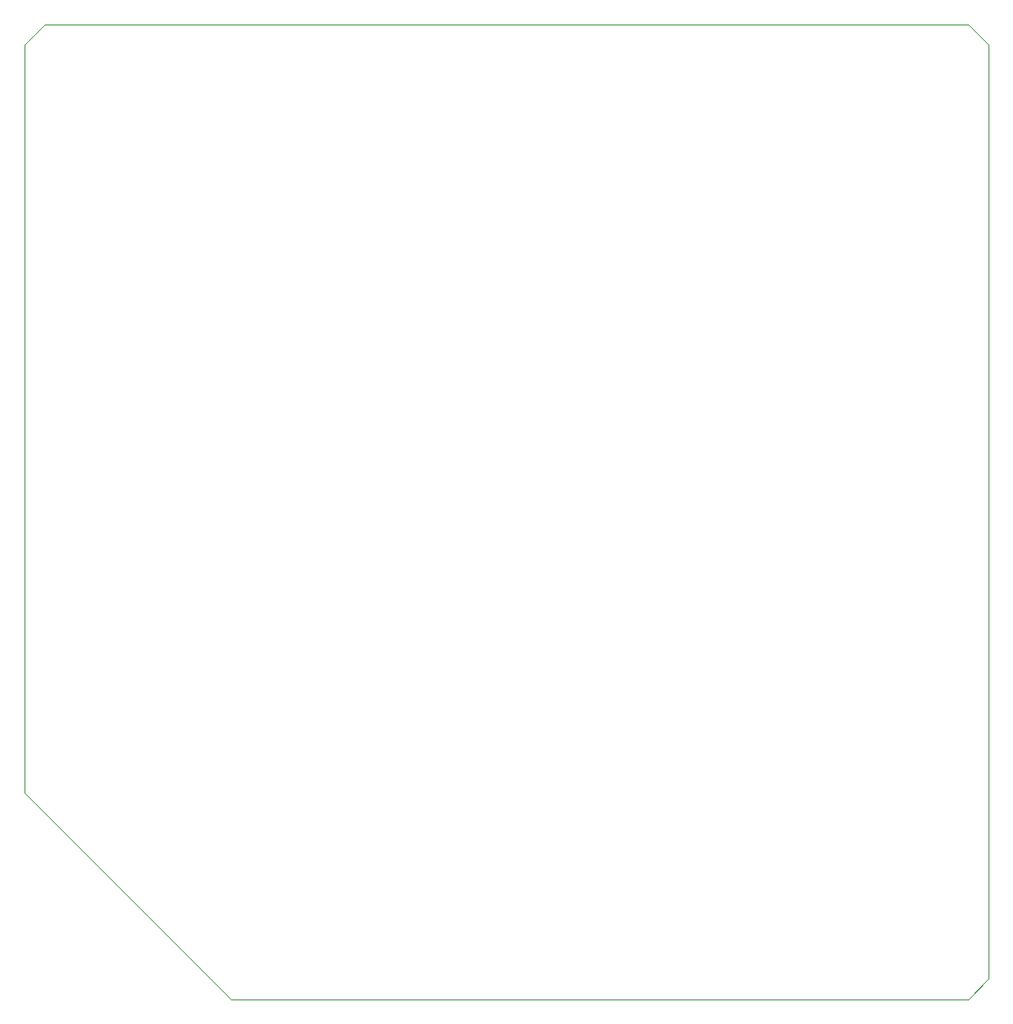
<source format=gbr>
%TF.GenerationSoftware,KiCad,Pcbnew,9.0.6*%
%TF.CreationDate,2025-12-29T13:42:38-07:00*%
%TF.ProjectId,RatPad,52617450-6164-42e6-9b69-6361645f7063,2*%
%TF.SameCoordinates,Original*%
%TF.FileFunction,Profile,NP*%
%FSLAX46Y46*%
G04 Gerber Fmt 4.6, Leading zero omitted, Abs format (unit mm)*
G04 Created by KiCad (PCBNEW 9.0.6) date 2025-12-29 13:42:38*
%MOMM*%
%LPD*%
G01*
G04 APERTURE LIST*
%TA.AperFunction,Profile*%
%ADD10C,0.050000*%
%TD*%
G04 APERTURE END LIST*
D10*
X101750000Y-56750000D02*
X103750000Y-54750000D01*
X195000000Y-56750000D02*
X193000000Y-54750000D01*
X195000000Y-146987500D02*
X193000000Y-148987500D01*
X195000000Y-146987500D02*
X195000000Y-56750000D01*
X121750000Y-148987500D02*
X193000000Y-148987500D01*
X193000000Y-54750000D02*
X103750000Y-54750000D01*
X101750000Y-128987500D02*
X101750000Y-56750000D01*
X101750000Y-128987500D02*
X121750000Y-148987500D01*
M02*

</source>
